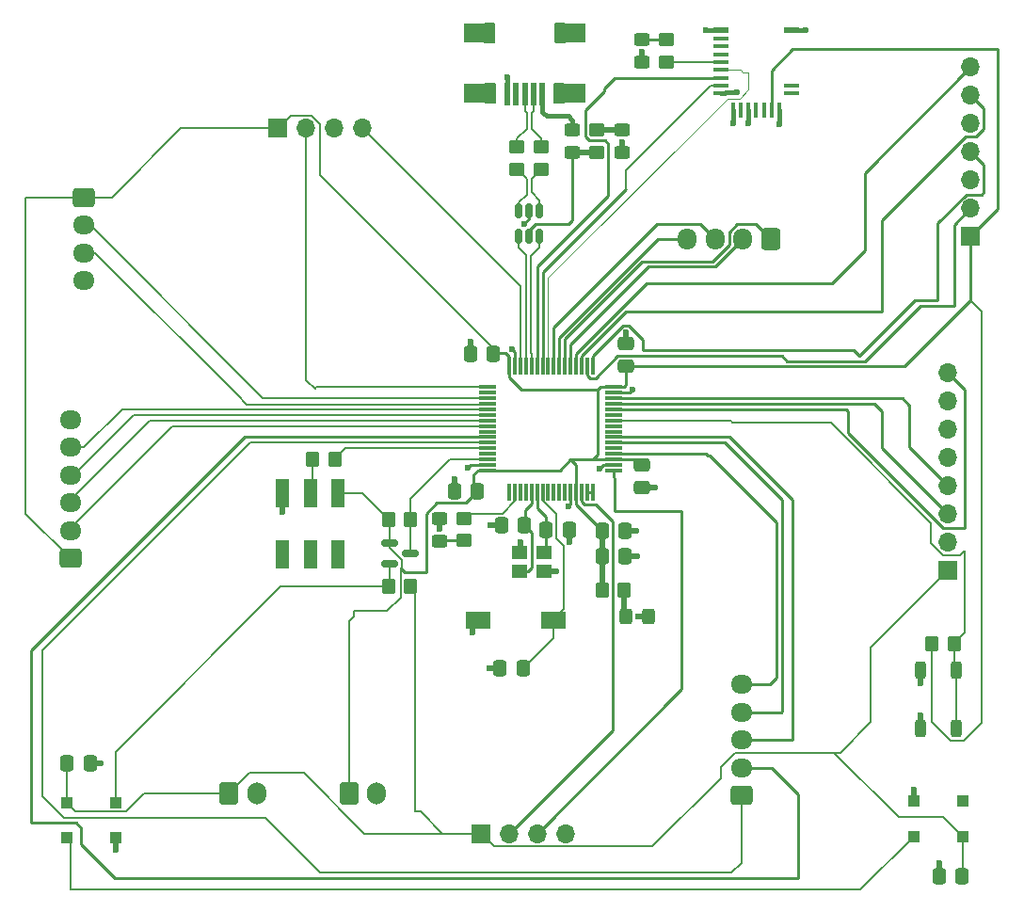
<source format=gbr>
%TF.GenerationSoftware,KiCad,Pcbnew,9.0.1*%
%TF.CreationDate,2025-05-06T13:18:11-06:00*%
%TF.ProjectId,2025_04_STM32F103_RobotBrain,32303235-5f30-4345-9f53-544d33324631,rev?*%
%TF.SameCoordinates,Original*%
%TF.FileFunction,Copper,L1,Top*%
%TF.FilePolarity,Positive*%
%FSLAX46Y46*%
G04 Gerber Fmt 4.6, Leading zero omitted, Abs format (unit mm)*
G04 Created by KiCad (PCBNEW 9.0.1) date 2025-05-06 13:18:11*
%MOMM*%
%LPD*%
G01*
G04 APERTURE LIST*
G04 Aperture macros list*
%AMRoundRect*
0 Rectangle with rounded corners*
0 $1 Rounding radius*
0 $2 $3 $4 $5 $6 $7 $8 $9 X,Y pos of 4 corners*
0 Add a 4 corners polygon primitive as box body*
4,1,4,$2,$3,$4,$5,$6,$7,$8,$9,$2,$3,0*
0 Add four circle primitives for the rounded corners*
1,1,$1+$1,$2,$3*
1,1,$1+$1,$4,$5*
1,1,$1+$1,$6,$7*
1,1,$1+$1,$8,$9*
0 Add four rect primitives between the rounded corners*
20,1,$1+$1,$2,$3,$4,$5,0*
20,1,$1+$1,$4,$5,$6,$7,0*
20,1,$1+$1,$6,$7,$8,$9,0*
20,1,$1+$1,$8,$9,$2,$3,0*%
G04 Aperture macros list end*
%TA.AperFunction,SMDPad,CuDef*%
%ADD10RoundRect,0.250000X-0.450000X0.350000X-0.450000X-0.350000X0.450000X-0.350000X0.450000X0.350000X0*%
%TD*%
%TA.AperFunction,SMDPad,CuDef*%
%ADD11RoundRect,0.075000X0.075000X-0.700000X0.075000X0.700000X-0.075000X0.700000X-0.075000X-0.700000X0*%
%TD*%
%TA.AperFunction,SMDPad,CuDef*%
%ADD12RoundRect,0.075000X0.700000X-0.075000X0.700000X0.075000X-0.700000X0.075000X-0.700000X-0.075000X0*%
%TD*%
%TA.AperFunction,SMDPad,CuDef*%
%ADD13RoundRect,0.250000X0.350000X0.450000X-0.350000X0.450000X-0.350000X-0.450000X0.350000X-0.450000X0*%
%TD*%
%TA.AperFunction,SMDPad,CuDef*%
%ADD14RoundRect,0.250000X0.450000X-0.350000X0.450000X0.350000X-0.450000X0.350000X-0.450000X-0.350000X0*%
%TD*%
%TA.AperFunction,SMDPad,CuDef*%
%ADD15RoundRect,0.250000X-0.337500X-0.475000X0.337500X-0.475000X0.337500X0.475000X-0.337500X0.475000X0*%
%TD*%
%TA.AperFunction,ComponentPad*%
%ADD16RoundRect,0.250000X-0.600000X-0.750000X0.600000X-0.750000X0.600000X0.750000X-0.600000X0.750000X0*%
%TD*%
%TA.AperFunction,ComponentPad*%
%ADD17O,1.700000X2.000000*%
%TD*%
%TA.AperFunction,ComponentPad*%
%ADD18R,1.700000X1.700000*%
%TD*%
%TA.AperFunction,ComponentPad*%
%ADD19O,1.700000X1.700000*%
%TD*%
%TA.AperFunction,ComponentPad*%
%ADD20RoundRect,0.250000X0.725000X-0.600000X0.725000X0.600000X-0.725000X0.600000X-0.725000X-0.600000X0*%
%TD*%
%TA.AperFunction,ComponentPad*%
%ADD21O,1.950000X1.700000*%
%TD*%
%TA.AperFunction,SMDPad,CuDef*%
%ADD22RoundRect,0.250000X0.450000X-0.325000X0.450000X0.325000X-0.450000X0.325000X-0.450000X-0.325000X0*%
%TD*%
%TA.AperFunction,SMDPad,CuDef*%
%ADD23RoundRect,0.150000X-0.587500X-0.150000X0.587500X-0.150000X0.587500X0.150000X-0.587500X0.150000X0*%
%TD*%
%TA.AperFunction,SMDPad,CuDef*%
%ADD24RoundRect,0.250000X-0.450000X0.325000X-0.450000X-0.325000X0.450000X-0.325000X0.450000X0.325000X0*%
%TD*%
%TA.AperFunction,SMDPad,CuDef*%
%ADD25RoundRect,0.250000X-0.350000X-0.450000X0.350000X-0.450000X0.350000X0.450000X-0.350000X0.450000X0*%
%TD*%
%TA.AperFunction,SMDPad,CuDef*%
%ADD26R,1.000000X1.000000*%
%TD*%
%TA.AperFunction,SMDPad,CuDef*%
%ADD27RoundRect,0.250000X0.337500X0.475000X-0.337500X0.475000X-0.337500X-0.475000X0.337500X-0.475000X0*%
%TD*%
%TA.AperFunction,ComponentPad*%
%ADD28RoundRect,0.250000X-0.725000X0.600000X-0.725000X-0.600000X0.725000X-0.600000X0.725000X0.600000X0*%
%TD*%
%TA.AperFunction,SMDPad,CuDef*%
%ADD29R,1.400000X0.600000*%
%TD*%
%TA.AperFunction,SMDPad,CuDef*%
%ADD30R,1.400000X0.400000*%
%TD*%
%TA.AperFunction,SMDPad,CuDef*%
%ADD31R,0.400000X1.400000*%
%TD*%
%TA.AperFunction,SMDPad,CuDef*%
%ADD32RoundRect,0.250000X-0.475000X0.337500X-0.475000X-0.337500X0.475000X-0.337500X0.475000X0.337500X0*%
%TD*%
%TA.AperFunction,SMDPad,CuDef*%
%ADD33RoundRect,0.150000X-0.150000X0.512500X-0.150000X-0.512500X0.150000X-0.512500X0.150000X0.512500X0*%
%TD*%
%TA.AperFunction,ComponentPad*%
%ADD34RoundRect,0.250000X0.600000X0.725000X-0.600000X0.725000X-0.600000X-0.725000X0.600000X-0.725000X0*%
%TD*%
%TA.AperFunction,ComponentPad*%
%ADD35O,1.700000X1.950000*%
%TD*%
%TA.AperFunction,SMDPad,CuDef*%
%ADD36R,1.400000X1.200000*%
%TD*%
%TA.AperFunction,SMDPad,CuDef*%
%ADD37R,2.300000X1.500000*%
%TD*%
%TA.AperFunction,SMDPad,CuDef*%
%ADD38RoundRect,0.250000X0.325000X0.450000X-0.325000X0.450000X-0.325000X-0.450000X0.325000X-0.450000X0*%
%TD*%
%TA.AperFunction,SMDPad,CuDef*%
%ADD39RoundRect,0.250000X0.475000X-0.337500X0.475000X0.337500X-0.475000X0.337500X-0.475000X-0.337500X0*%
%TD*%
%TA.AperFunction,SMDPad,CuDef*%
%ADD40RoundRect,0.250000X-0.250000X0.525000X-0.250000X-0.525000X0.250000X-0.525000X0.250000X0.525000X0*%
%TD*%
%TA.AperFunction,SMDPad,CuDef*%
%ADD41R,1.200000X2.500000*%
%TD*%
%TA.AperFunction,SMDPad,CuDef*%
%ADD42R,0.500000X2.000000*%
%TD*%
%TA.AperFunction,SMDPad,CuDef*%
%ADD43R,2.000000X1.700000*%
%TD*%
%TA.AperFunction,ViaPad*%
%ADD44C,0.600000*%
%TD*%
%TA.AperFunction,Conductor*%
%ADD45C,0.200000*%
%TD*%
%TA.AperFunction,Conductor*%
%ADD46C,0.254000*%
%TD*%
%TA.AperFunction,Conductor*%
%ADD47C,0.508000*%
%TD*%
%TA.AperFunction,Conductor*%
%ADD48C,0.381000*%
%TD*%
%TA.AperFunction,Conductor*%
%ADD49C,0.125000*%
%TD*%
G04 APERTURE END LIST*
D10*
%TO.P,R2,1*%
%TO.N,/D+*%
X137680000Y-41715000D03*
%TO.P,R2,2*%
%TO.N,/USB_CONN_D+*%
X137680000Y-43715000D03*
%TD*%
D11*
%TO.P,U1,1,VBAT*%
%TO.N,unconnected-(U1-VBAT-Pad1)*%
X136990000Y-72760000D03*
%TO.P,U1,2,PC13*%
%TO.N,/USER_LED*%
X137490000Y-72760000D03*
%TO.P,U1,3,PC14*%
%TO.N,unconnected-(U1-PC14-Pad3)*%
X137990000Y-72760000D03*
%TO.P,U1,4,PC15*%
%TO.N,unconnected-(U1-PC15-Pad4)*%
X138490000Y-72760000D03*
%TO.P,U1,5,RCC_OSC_IN*%
%TO.N,/OSC_IN*%
X138990000Y-72760000D03*
%TO.P,U1,6,RCC_OSC_OUT*%
%TO.N,/OSC_OUT*%
X139490000Y-72760000D03*
%TO.P,U1,7,NRST*%
%TO.N,/RESET*%
X139990000Y-72760000D03*
%TO.P,U1,8,PC0*%
%TO.N,unconnected-(U1-PC0-Pad8)*%
X140490000Y-72760000D03*
%TO.P,U1,9,PC1*%
%TO.N,unconnected-(U1-PC1-Pad9)*%
X140990000Y-72760000D03*
%TO.P,U1,10,PC2*%
%TO.N,unconnected-(U1-PC2-Pad10)*%
X141490000Y-72760000D03*
%TO.P,U1,11,PC3*%
%TO.N,unconnected-(U1-PC3-Pad11)*%
X141990000Y-72760000D03*
%TO.P,U1,12,VSSA*%
%TO.N,GND*%
X142490000Y-72760000D03*
%TO.P,U1,13,VDDA*%
%TO.N,+3V3*%
X142990000Y-72760000D03*
%TO.P,U1,14,PA0*%
%TO.N,/ULTRA_TRIG*%
X143490000Y-72760000D03*
%TO.P,U1,15,PA1*%
%TO.N,Net-(U1-PA1)*%
X143990000Y-72760000D03*
%TO.P,U1,16,PA2*%
X144490000Y-72760000D03*
D12*
%TO.P,U1,17,PA3*%
%TO.N,/ULTRA_ECHO*%
X146415000Y-70835000D03*
%TO.P,U1,18,VSS*%
%TO.N,GND*%
X146415000Y-70335000D03*
%TO.P,U1,19,VDD*%
%TO.N,+3V3*%
X146415000Y-69835000D03*
%TO.P,U1,20,PA4*%
%TO.N,/PWR_ADC*%
X146415000Y-69335000D03*
%TO.P,U1,21,PA5*%
%TO.N,unconnected-(U1-PA5-Pad21)*%
X146415000Y-68835000D03*
%TO.P,U1,22,PA6*%
%TO.N,/E1B*%
X146415000Y-68335000D03*
%TO.P,U1,23,PA7*%
%TO.N,/E1A*%
X146415000Y-67835000D03*
%TO.P,U1,24,PC4*%
%TO.N,unconnected-(U1-PC4-Pad24)*%
X146415000Y-67335000D03*
%TO.P,U1,25,PC5*%
%TO.N,unconnected-(U1-PC5-Pad25)*%
X146415000Y-66835000D03*
%TO.P,U1,26,PB0*%
%TO.N,/uBUTTON*%
X146415000Y-66335000D03*
%TO.P,U1,27,PB1*%
%TO.N,unconnected-(U1-PB1-Pad27)*%
X146415000Y-65835000D03*
%TO.P,U1,28,PB2*%
%TO.N,/IMU_INT*%
X146415000Y-65335000D03*
%TO.P,U1,29,PB10*%
%TO.N,/IMU_I2C_SCL*%
X146415000Y-64835000D03*
%TO.P,U1,30,PB11*%
%TO.N,/IMU_I2C_SDA*%
X146415000Y-64335000D03*
%TO.P,U1,31,VSS*%
%TO.N,GND*%
X146415000Y-63835000D03*
%TO.P,U1,32,VDD*%
%TO.N,+3V3*%
X146415000Y-63335000D03*
D11*
%TO.P,U1,33,PB12*%
%TO.N,/PS2_CS*%
X144490000Y-61410000D03*
%TO.P,U1,34,PB13*%
%TO.N,/PS2_SCK*%
X143990000Y-61410000D03*
%TO.P,U1,35,PB14*%
%TO.N,/PS2_MISO*%
X143490000Y-61410000D03*
%TO.P,U1,36,PB15*%
%TO.N,/PS2_MOSI*%
X142990000Y-61410000D03*
%TO.P,U1,37,PC6*%
%TO.N,/AN1*%
X142490000Y-61410000D03*
%TO.P,U1,38,PC7*%
%TO.N,/AN2*%
X141990000Y-61410000D03*
%TO.P,U1,39,PC8*%
%TO.N,/BN1*%
X141490000Y-61410000D03*
%TO.P,U1,40,PC9*%
%TO.N,/BN2*%
X140990000Y-61410000D03*
%TO.P,U1,41,PA8*%
%TO.N,/BL_WAKEUP*%
X140490000Y-61410000D03*
%TO.P,U1,42,PA9*%
%TO.N,/BL_RX*%
X139990000Y-61410000D03*
%TO.P,U1,43,PA10*%
%TO.N,/BL_TX*%
X139490000Y-61410000D03*
%TO.P,U1,44,USB_DM*%
%TO.N,/USB_D-*%
X138990000Y-61410000D03*
%TO.P,U1,45,USB_DP*%
%TO.N,/USB_D+*%
X138490000Y-61410000D03*
%TO.P,U1,46,SYS_JTMS-SWDIO*%
%TO.N,/SWDIO*%
X137990000Y-61410000D03*
%TO.P,U1,47,VSS*%
%TO.N,GND*%
X137490000Y-61410000D03*
%TO.P,U1,48,VDD*%
%TO.N,+3V3*%
X136990000Y-61410000D03*
D12*
%TO.P,U1,49,SYS_JTCK-SWCLK*%
%TO.N,/SWCLK*%
X135065000Y-63335000D03*
%TO.P,U1,50,PA15*%
%TO.N,unconnected-(U1-PA15-Pad50)*%
X135065000Y-63835000D03*
%TO.P,U1,51,PC10*%
%TO.N,/USER_TX*%
X135065000Y-64335000D03*
%TO.P,U1,52,PC11*%
%TO.N,/USER_RX*%
X135065000Y-64835000D03*
%TO.P,U1,53,PC12*%
%TO.N,/X4*%
X135065000Y-65335000D03*
%TO.P,U1,54,PD2*%
%TO.N,/X3*%
X135065000Y-65835000D03*
%TO.P,U1,55,PB3*%
%TO.N,/X2*%
X135065000Y-66335000D03*
%TO.P,U1,56,PB4*%
%TO.N,/X1*%
X135065000Y-66835000D03*
%TO.P,U1,57,PB5*%
%TO.N,unconnected-(U1-PB5-Pad57)*%
X135065000Y-67335000D03*
%TO.P,U1,58,PB6*%
%TO.N,/E2B*%
X135065000Y-67835000D03*
%TO.P,U1,59,PB7*%
%TO.N,/E2A*%
X135065000Y-68335000D03*
%TO.P,U1,60,BOOT0*%
%TO.N,/BOOT*%
X135065000Y-68835000D03*
%TO.P,U1,61,PB8*%
%TO.N,unconnected-(U1-PB8-Pad61)*%
X135065000Y-69335000D03*
%TO.P,U1,62,PB9*%
%TO.N,/RGB_DIN*%
X135065000Y-69835000D03*
%TO.P,U1,63,VSS*%
%TO.N,GND*%
X135065000Y-70335000D03*
%TO.P,U1,64,VDD*%
%TO.N,+3V3*%
X135065000Y-70835000D03*
%TD*%
D13*
%TO.P,R9,1*%
%TO.N,+5V*%
X128117500Y-81300000D03*
%TO.P,R9,2*%
%TO.N,Net-(LED1-DIN)*%
X126117500Y-81300000D03*
%TD*%
D14*
%TO.P,R3,1*%
%TO.N,/USB_CONN_D-*%
X139860000Y-43735000D03*
%TO.P,R3,2*%
%TO.N,/D-*%
X139860000Y-41735000D03*
%TD*%
D15*
%TO.P,C12,1*%
%TO.N,+5V*%
X97200000Y-97150000D03*
%TO.P,C12,2*%
%TO.N,GND*%
X99275000Y-97150000D03*
%TD*%
D16*
%TO.P,J6,1,Pin_1*%
%TO.N,+3V3*%
X122580000Y-99900000D03*
D17*
%TO.P,J6,2,Pin_2*%
%TO.N,GND*%
X125080000Y-99900000D03*
%TD*%
D18*
%TO.P,J9,1,Pin_1*%
%TO.N,+3V3*%
X178500000Y-49800000D03*
D19*
%TO.P,J9,2,Pin_2*%
%TO.N,/PS2_SCK*%
X178500000Y-47260000D03*
%TO.P,J9,3,Pin_3*%
%TO.N,unconnected-(J9-Pin_3-Pad3)*%
X178500000Y-44720000D03*
%TO.P,J9,4,Pin_4*%
%TO.N,/PS2_CS*%
X178500000Y-42180000D03*
%TO.P,J9,5,Pin_5*%
%TO.N,GND*%
X178500000Y-39640000D03*
%TO.P,J9,6,Pin_6*%
%TO.N,/PS2_MISO*%
X178500000Y-37100000D03*
%TO.P,J9,7,Pin_7*%
%TO.N,/PS2_MOSI*%
X178500000Y-34560000D03*
%TD*%
D20*
%TO.P,J8,1,Pin_1*%
%TO.N,/E2A*%
X157890000Y-100070000D03*
D21*
%TO.P,J8,2,Pin_2*%
%TO.N,/E2B*%
X157890000Y-97570000D03*
%TO.P,J8,3,Pin_3*%
%TO.N,/E1A*%
X157890000Y-95070000D03*
%TO.P,J8,4,Pin_4*%
%TO.N,/E1B*%
X157890000Y-92570000D03*
%TO.P,J8,5,Pin_5*%
%TO.N,/PWR_ADC*%
X157890000Y-90070000D03*
%TD*%
D18*
%TO.P,J2,1,Pin_1*%
%TO.N,+5V*%
X176465000Y-79835000D03*
D19*
%TO.P,J2,2,Pin_2*%
%TO.N,GND*%
X176465000Y-77295000D03*
%TO.P,J2,3,Pin_3*%
%TO.N,/IMU_I2C_SCL*%
X176465000Y-74755000D03*
%TO.P,J2,4,Pin_4*%
%TO.N,/IMU_I2C_SDA*%
X176465000Y-72215000D03*
%TO.P,J2,5,Pin_5*%
%TO.N,unconnected-(J2-Pin_5-Pad5)*%
X176465000Y-69675000D03*
%TO.P,J2,6,Pin_6*%
%TO.N,unconnected-(J2-Pin_6-Pad6)*%
X176465000Y-67135000D03*
%TO.P,J2,7,Pin_7*%
%TO.N,unconnected-(J2-Pin_7-Pad7)*%
X176465000Y-64595000D03*
%TO.P,J2,8,Pin_8*%
%TO.N,/IMU_INT*%
X176465000Y-62055000D03*
%TD*%
D22*
%TO.P,D4,1,K*%
%TO.N,GND*%
X148920000Y-34110000D03*
%TO.P,D4,2,A*%
%TO.N,Net-(D4-A)*%
X148920000Y-32060000D03*
%TD*%
D23*
%TO.P,Q1,1,G*%
%TO.N,+3V3*%
X126210000Y-77360000D03*
%TO.P,Q1,2,S*%
%TO.N,Net-(LED1-DIN)*%
X126210000Y-79260000D03*
%TO.P,Q1,3,D*%
%TO.N,/RGB_DIN*%
X128085000Y-78310000D03*
%TD*%
D24*
%TO.P,D3,1,K*%
%TO.N,GND*%
X130690000Y-75155000D03*
%TO.P,D3,2,A*%
%TO.N,Net-(D3-A)*%
X130690000Y-77205000D03*
%TD*%
D25*
%TO.P,R5,1*%
%TO.N,+3V3*%
X145347500Y-81570000D03*
%TO.P,R5,2*%
%TO.N,Net-(D2-A)*%
X147347500Y-81570000D03*
%TD*%
D26*
%TO.P,LED1,1,VDD*%
%TO.N,+5V*%
X97150000Y-100700000D03*
%TO.P,LED1,2,DOUT*%
%TO.N,Net-(LED1-DOUT)*%
X97150000Y-103900000D03*
%TO.P,LED1,3,VSS*%
%TO.N,GND*%
X101550000Y-103900000D03*
%TO.P,LED1,4,DIN*%
%TO.N,Net-(LED1-DIN)*%
X101550000Y-100700000D03*
%TD*%
D24*
%TO.P,F1,1*%
%TO.N,Net-(J1-VBUS)*%
X142670000Y-40210000D03*
%TO.P,F1,2*%
%TO.N,Vusb*%
X142670000Y-42260000D03*
%TD*%
D27*
%TO.P,C9,1*%
%TO.N,/OSC_IN*%
X138337500Y-75730000D03*
%TO.P,C9,2*%
%TO.N,GND*%
X136262500Y-75730000D03*
%TD*%
D13*
%TO.P,R10,1*%
%TO.N,/RGB_DIN*%
X128117500Y-75210000D03*
%TO.P,R10,2*%
%TO.N,+3V3*%
X126117500Y-75210000D03*
%TD*%
D18*
%TO.P,J4,1,Pin_1*%
%TO.N,+3V3*%
X116160000Y-40040000D03*
D19*
%TO.P,J4,2,Pin_2*%
%TO.N,/SWCLK*%
X118700000Y-40040000D03*
%TO.P,J4,3,Pin_3*%
%TO.N,GND*%
X121240000Y-40040000D03*
%TO.P,J4,4,Pin_4*%
%TO.N,/SWDIO*%
X123780000Y-40040000D03*
%TD*%
D25*
%TO.P,R8,1*%
%TO.N,+3V3*%
X175000000Y-86410000D03*
%TO.P,R8,2*%
%TO.N,/uBUTTON*%
X177000000Y-86410000D03*
%TD*%
D28*
%TO.P,J11,1,Pin_1*%
%TO.N,+3V3*%
X98720000Y-46270000D03*
D21*
%TO.P,J11,2,Pin_2*%
%TO.N,/USER_TX*%
X98720000Y-48770000D03*
%TO.P,J11,3,Pin_3*%
%TO.N,/USER_RX*%
X98720000Y-51270000D03*
%TO.P,J11,4,Pin_4*%
%TO.N,GND*%
X98720000Y-53770000D03*
%TD*%
D29*
%TO.P,MDBT42T-AT1,1,GND@1*%
%TO.N,GND*%
X156000000Y-31200000D03*
D30*
%TO.P,MDBT42T-AT1,2,NC@2*%
%TO.N,unconnected-(MDBT42T-AT1-NC@2-Pad2)*%
X156000000Y-32000000D03*
%TO.P,MDBT42T-AT1,3,NC@3*%
%TO.N,unconnected-(MDBT42T-AT1-NC@3-Pad3)*%
X156000000Y-32700000D03*
%TO.P,MDBT42T-AT1,4,RESET*%
%TO.N,unconnected-(MDBT42T-AT1-RESET-Pad4)*%
X156000000Y-33400000D03*
%TO.P,MDBT42T-AT1,5,INDICATOR*%
%TO.N,Net-(MDBT42T-AT1-INDICATOR)*%
X156000000Y-34100000D03*
%TO.P,MDBT42T-AT1,6,WAKEUP*%
%TO.N,/BL_WAKEUP*%
X156000000Y-34800000D03*
%TO.P,MDBT42T-AT1,7,TX*%
%TO.N,/BL_TX*%
X156000000Y-35500000D03*
%TO.P,MDBT42T-AT1,8,RX*%
%TO.N,/BL_RX*%
X156000000Y-36200000D03*
%TO.P,MDBT42T-AT1,9,UART_PD*%
%TO.N,GND*%
X156000000Y-36900000D03*
D31*
%TO.P,MDBT42T-AT1,10,GND@10*%
X157100000Y-38400000D03*
%TO.P,MDBT42T-AT1,11,ADC*%
%TO.N,unconnected-(MDBT42T-AT1-ADC-Pad11)*%
X157800000Y-38400000D03*
%TO.P,MDBT42T-AT1,12,FLASH_DEFAULT*%
%TO.N,GND*%
X158500000Y-38400000D03*
%TO.P,MDBT42T-AT1,13,RTS/XL2*%
%TO.N,unconnected-(MDBT42T-AT1-RTS{slash}XL2-Pad13)*%
X159200000Y-38400000D03*
%TO.P,MDBT42T-AT1,14,CTS/XL1*%
%TO.N,unconnected-(MDBT42T-AT1-CTS{slash}XL1-Pad14)*%
X159900000Y-38400000D03*
%TO.P,MDBT42T-AT1,15,VDD*%
%TO.N,+3V3*%
X160600000Y-38400000D03*
%TO.P,MDBT42T-AT1,16,GND@16*%
%TO.N,GND*%
X161300000Y-38400000D03*
D30*
%TO.P,MDBT42T-AT1,17,DCC*%
%TO.N,unconnected-(MDBT42T-AT1-DCC-Pad17)*%
X162400000Y-36900000D03*
%TO.P,MDBT42T-AT1,18,DEC4*%
%TO.N,unconnected-(MDBT42T-AT1-DEC4-Pad18)*%
X162400000Y-36200000D03*
D29*
%TO.P,MDBT42T-AT1,19,GND@19*%
%TO.N,GND*%
X162400000Y-31200000D03*
%TD*%
D27*
%TO.P,C2,1*%
%TO.N,+3V3*%
X135577500Y-60340000D03*
%TO.P,C2,2*%
%TO.N,GND*%
X133502500Y-60340000D03*
%TD*%
D10*
%TO.P,R6,1*%
%TO.N,/USER_LED*%
X132960000Y-75150000D03*
%TO.P,R6,2*%
%TO.N,Net-(D3-A)*%
X132960000Y-77150000D03*
%TD*%
D14*
%TO.P,R7,1*%
%TO.N,Net-(MDBT42T-AT1-INDICATOR)*%
X151150000Y-34085000D03*
%TO.P,R7,2*%
%TO.N,Net-(D4-A)*%
X151150000Y-32085000D03*
%TD*%
D32*
%TO.P,C4,1*%
%TO.N,+3V3*%
X148960000Y-70302500D03*
%TO.P,C4,2*%
%TO.N,GND*%
X148960000Y-72377500D03*
%TD*%
D33*
%TO.P,U2,1,I/O1*%
%TO.N,/USB_CONN_D-*%
X139730000Y-47510000D03*
%TO.P,U2,2,GND*%
%TO.N,GND*%
X138780000Y-47510000D03*
%TO.P,U2,3,I/O2*%
%TO.N,/USB_CONN_D+*%
X137830000Y-47510000D03*
%TO.P,U2,4,I/O2*%
%TO.N,/USB_D+*%
X137830000Y-49785000D03*
%TO.P,U2,5,VBUS*%
%TO.N,Vusb*%
X138780000Y-49785000D03*
%TO.P,U2,6,I/O1*%
%TO.N,/USB_D-*%
X139730000Y-49785000D03*
%TD*%
D15*
%TO.P,C5,1*%
%TO.N,+3V3*%
X145352500Y-76290000D03*
%TO.P,C5,2*%
%TO.N,GND*%
X147427500Y-76290000D03*
%TD*%
D18*
%TO.P,J3,1,Pin_1*%
%TO.N,+5V*%
X134460000Y-103485000D03*
D19*
%TO.P,J3,2,Pin_2*%
%TO.N,/ULTRA_TRIG*%
X137000000Y-103485000D03*
%TO.P,J3,3,Pin_3*%
%TO.N,/ULTRA_ECHO*%
X139540000Y-103485000D03*
%TO.P,J3,4,Pin_4*%
%TO.N,GND*%
X142080000Y-103485000D03*
%TD*%
D34*
%TO.P,J7,1,Pin_1*%
%TO.N,/AN2*%
X160500000Y-50000000D03*
D35*
%TO.P,J7,2,Pin_2*%
%TO.N,/AN1*%
X158000000Y-50000000D03*
%TO.P,J7,3,Pin_3*%
%TO.N,/BN2*%
X155500000Y-50000000D03*
%TO.P,J7,4,Pin_4*%
%TO.N,/BN1*%
X153000000Y-50000000D03*
%TD*%
D36*
%TO.P,Y2,1,1*%
%TO.N,/OSC_IN*%
X137952500Y-79920000D03*
%TO.P,Y2,2,2*%
%TO.N,GND*%
X140152500Y-79920000D03*
%TO.P,Y2,3,3*%
%TO.N,/OSC_OUT*%
X140152500Y-78220000D03*
%TO.P,Y2,4,4*%
%TO.N,GND*%
X137952500Y-78220000D03*
%TD*%
D37*
%TO.P,SW1,1,A*%
%TO.N,GND*%
X134220000Y-84280000D03*
%TO.P,SW1,2,B*%
%TO.N,/RESET*%
X140920000Y-84280000D03*
%TD*%
D15*
%TO.P,C6,1*%
%TO.N,+3V3*%
X145352500Y-78580000D03*
%TO.P,C6,2*%
%TO.N,GND*%
X147427500Y-78580000D03*
%TD*%
D17*
%TO.P,J5,2,Pin_2*%
%TO.N,GND*%
X114250000Y-99875000D03*
D16*
%TO.P,J5,1,Pin_1*%
%TO.N,+5V*%
X111750000Y-99875000D03*
%TD*%
D38*
%TO.P,D2,1,K*%
%TO.N,GND*%
X149492500Y-83950000D03*
%TO.P,D2,2,A*%
%TO.N,Net-(D2-A)*%
X147442500Y-83950000D03*
%TD*%
D27*
%TO.P,C1,1*%
%TO.N,+3V3*%
X134137500Y-72690000D03*
%TO.P,C1,2*%
%TO.N,GND*%
X132062500Y-72690000D03*
%TD*%
D26*
%TO.P,LED2,1,VDD*%
%TO.N,+5V*%
X177760000Y-103740000D03*
%TO.P,LED2,2,DOUT*%
%TO.N,unconnected-(LED2-DOUT-Pad2)*%
X177760000Y-100540000D03*
%TO.P,LED2,3,VSS*%
%TO.N,GND*%
X173360000Y-100540000D03*
%TO.P,LED2,4,DIN*%
%TO.N,Net-(LED1-DOUT)*%
X173360000Y-103740000D03*
%TD*%
D15*
%TO.P,C8,1*%
%TO.N,/OSC_OUT*%
X140312500Y-76140000D03*
%TO.P,C8,2*%
%TO.N,GND*%
X142387500Y-76140000D03*
%TD*%
D13*
%TO.P,R1,1*%
%TO.N,/BOOT*%
X121300000Y-69810000D03*
%TO.P,R1,2*%
%TO.N,Net-(R1-Pad2)*%
X119300000Y-69810000D03*
%TD*%
D20*
%TO.P,J10,1,Pin_1*%
%TO.N,+3V3*%
X97510000Y-78760000D03*
D21*
%TO.P,J10,2,Pin_2*%
%TO.N,/X1*%
X97510000Y-76260000D03*
%TO.P,J10,3,Pin_3*%
%TO.N,/X2*%
X97510000Y-73760000D03*
%TO.P,J10,4,Pin_4*%
%TO.N,/X3*%
X97510000Y-71260000D03*
%TO.P,J10,5,Pin_5*%
%TO.N,/X4*%
X97510000Y-68760000D03*
%TO.P,J10,6,Pin_6*%
%TO.N,GND*%
X97510000Y-66260000D03*
%TD*%
D39*
%TO.P,C3,1*%
%TO.N,+3V3*%
X147470000Y-61457500D03*
%TO.P,C3,2*%
%TO.N,GND*%
X147470000Y-59382500D03*
%TD*%
D40*
%TO.P,SW2,1,A*%
%TO.N,/uBUTTON*%
X177200000Y-88835000D03*
X177200000Y-94085000D03*
%TO.P,SW2,2,B*%
%TO.N,GND*%
X174000000Y-88835000D03*
X174000000Y-94085000D03*
%TD*%
D22*
%TO.P,D1,1,K*%
%TO.N,GND*%
X147160000Y-42210000D03*
%TO.P,D1,2,A*%
%TO.N,Net-(D1-A)*%
X147160000Y-40160000D03*
%TD*%
D41*
%TO.P,S1,1*%
%TO.N,+3V3*%
X121610000Y-72880000D03*
%TO.P,S1,2*%
%TO.N,Net-(R1-Pad2)*%
X119110000Y-72880000D03*
%TO.P,S1,3*%
%TO.N,GND*%
X116610000Y-72880000D03*
%TO.P,S1,4*%
%TO.N,unconnected-(S1-Pad4)*%
X121610000Y-78380000D03*
%TO.P,S1,5*%
%TO.N,unconnected-(S1-Pad5)*%
X119110000Y-78380000D03*
%TO.P,S1,6*%
%TO.N,unconnected-(S1-Pad6)*%
X116610000Y-78380000D03*
%TD*%
D27*
%TO.P,C11,1*%
%TO.N,+5V*%
X177747500Y-107320000D03*
%TO.P,C11,2*%
%TO.N,GND*%
X175672500Y-107320000D03*
%TD*%
D42*
%TO.P,J1,1,VBUS*%
%TO.N,Net-(J1-VBUS)*%
X139980000Y-37000000D03*
%TO.P,J1,2,D-*%
%TO.N,/D-*%
X139180000Y-37000000D03*
%TO.P,J1,3,D+*%
%TO.N,/D+*%
X138380000Y-37000000D03*
%TO.P,J1,4,ID*%
%TO.N,unconnected-(J1-ID-Pad4)*%
X137580000Y-37000000D03*
%TO.P,J1,5,GND*%
%TO.N,GND*%
X136780000Y-37000000D03*
D43*
%TO.P,J1,6,Shield*%
X142830000Y-36900000D03*
X142830000Y-31450000D03*
X133930000Y-36900000D03*
X133930000Y-31450000D03*
%TD*%
D27*
%TO.P,C7,1*%
%TO.N,/RESET*%
X138247500Y-88630000D03*
%TO.P,C7,2*%
%TO.N,GND*%
X136172500Y-88630000D03*
%TD*%
D14*
%TO.P,R4,1*%
%TO.N,Vusb*%
X144880000Y-42215000D03*
%TO.P,R4,2*%
%TO.N,Net-(D1-A)*%
X144880000Y-40215000D03*
%TD*%
D44*
%TO.N,GND*%
X135300000Y-31060000D03*
X135310000Y-31970000D03*
X138320000Y-48630000D03*
X101550000Y-104940000D03*
X136780000Y-35480000D03*
X137200000Y-59890000D03*
X135310000Y-36460000D03*
X100250000Y-97140000D03*
X148430000Y-76280000D03*
X133260000Y-70570000D03*
X161290000Y-39650000D03*
X157100000Y-39630000D03*
X135310000Y-75730000D03*
X141240000Y-79920000D03*
X116610000Y-74610000D03*
X163620000Y-31210000D03*
X150070000Y-72380000D03*
X174000000Y-92900000D03*
X132070000Y-71580000D03*
X133640000Y-85390000D03*
X141410000Y-36420000D03*
X145110000Y-70690000D03*
X173350000Y-99580000D03*
X154680000Y-31220000D03*
X148580000Y-83950000D03*
X135220000Y-88640000D03*
X141420000Y-37150000D03*
X141430000Y-31900000D03*
X141430000Y-31090000D03*
X158500000Y-39610000D03*
X175680000Y-106180000D03*
X148460000Y-78570000D03*
X137960000Y-77270000D03*
X148070000Y-63560000D03*
X148910000Y-33195000D03*
X157500000Y-36791500D03*
X130690000Y-76070000D03*
X133510000Y-59260000D03*
X142390000Y-77290000D03*
X173990000Y-90010000D03*
X142300000Y-74080000D03*
X147470000Y-58420000D03*
X135310000Y-37250000D03*
X147170000Y-41280000D03*
%TD*%
D45*
%TO.N,Net-(LED1-DIN)*%
X101550000Y-100700000D02*
X101550000Y-96184883D01*
X101550000Y-96184883D02*
X116434883Y-81300000D01*
X116434883Y-81300000D02*
X126117500Y-81300000D01*
D46*
%TO.N,/PWR_ADC*%
X160430000Y-90070000D02*
X161000000Y-89500000D01*
X161000000Y-75500000D02*
X155000000Y-69500000D01*
X155000000Y-69500000D02*
X154830000Y-69500000D01*
X161000000Y-89500000D02*
X161000000Y-75500000D01*
X157890000Y-90070000D02*
X160430000Y-90070000D01*
X154830000Y-69500000D02*
X154665000Y-69335000D01*
X154665000Y-69335000D02*
X146415000Y-69335000D01*
%TO.N,/E1A*%
X157890000Y-95070000D02*
X162430000Y-95070000D01*
X162430000Y-95070000D02*
X162500000Y-95000000D01*
X162500000Y-95000000D02*
X162500000Y-73500000D01*
X162500000Y-73500000D02*
X156835000Y-67835000D01*
X156835000Y-67835000D02*
X146415000Y-67835000D01*
D45*
%TO.N,+3V3*%
X176714840Y-95161000D02*
X177839000Y-95161000D01*
X179500000Y-93500000D02*
X179500000Y-56500000D01*
X175000000Y-93446160D02*
X176714840Y-95161000D01*
X175000000Y-86410000D02*
X175000000Y-93446160D01*
X177839000Y-95161000D02*
X179500000Y-93500000D01*
X179500000Y-56500000D02*
X178500000Y-55500000D01*
%TO.N,+5V*%
X134460000Y-103485000D02*
X123985000Y-103485000D01*
X123985000Y-103485000D02*
X118500000Y-98000000D01*
X118500000Y-98000000D02*
X113625000Y-98000000D01*
X113625000Y-98000000D02*
X111750000Y-99875000D01*
D46*
%TO.N,/PS2_MOSI*%
X142990000Y-61410000D02*
X142990000Y-60366533D01*
X149356533Y-54000000D02*
X166000000Y-54000000D01*
X169000000Y-44060000D02*
X178500000Y-34560000D01*
X169000000Y-51000000D02*
X169000000Y-44060000D01*
X142990000Y-60366533D02*
X149356533Y-54000000D01*
X166000000Y-54000000D02*
X169000000Y-51000000D01*
%TO.N,/E2B*%
X157890000Y-97570000D02*
X160570000Y-97570000D01*
X160570000Y-97570000D02*
X163000000Y-100000000D01*
X94000000Y-87000000D02*
X113165000Y-67835000D01*
X163000000Y-100000000D02*
X163000000Y-107500000D01*
X98000000Y-102500000D02*
X94000000Y-102500000D01*
X101500000Y-107500000D02*
X98500000Y-104500000D01*
X94000000Y-102500000D02*
X94000000Y-87000000D01*
X163000000Y-107500000D02*
X101500000Y-107500000D01*
X98500000Y-104500000D02*
X98500000Y-103000000D01*
X98500000Y-103000000D02*
X98000000Y-102500000D01*
X113165000Y-67835000D02*
X135065000Y-67835000D01*
D45*
%TO.N,Net-(LED1-DOUT)*%
X97150000Y-103900000D02*
X97500000Y-104250000D01*
X97500000Y-104250000D02*
X97500000Y-108500000D01*
X97500000Y-108500000D02*
X168600000Y-108500000D01*
X168600000Y-108500000D02*
X173360000Y-103740000D01*
%TO.N,+3V3*%
X97510000Y-78760000D02*
X93500000Y-74750000D01*
X93500000Y-74750000D02*
X93500000Y-46299000D01*
X93500000Y-46299000D02*
X93471000Y-46270000D01*
X93471000Y-46270000D02*
X98720000Y-46270000D01*
D46*
X178500000Y-49800000D02*
X180962648Y-47337352D01*
X180962648Y-32951559D02*
X162504441Y-32951559D01*
X160600000Y-34856000D02*
X160600000Y-38400000D01*
X180962648Y-47337352D02*
X180962648Y-32951559D01*
X162504441Y-32951559D02*
X160600000Y-34856000D01*
%TO.N,/PS2_SCK*%
X177000000Y-56000000D02*
X174000000Y-56000000D01*
X146737433Y-60542000D02*
X144766433Y-62513000D01*
X144245992Y-62513000D02*
X143990000Y-62257008D01*
X178500000Y-47260000D02*
X177000000Y-48760000D01*
X143990000Y-62257008D02*
X143990000Y-61410000D01*
X177000000Y-48760000D02*
X177000000Y-56000000D01*
X144766433Y-62513000D02*
X144245992Y-62513000D01*
X168997500Y-61002500D02*
X162000000Y-61002500D01*
X161539500Y-60542000D02*
X146737433Y-60542000D01*
X162000000Y-61002500D02*
X161539500Y-60542000D01*
X174000000Y-56000000D02*
X168997500Y-61002500D01*
%TO.N,/PS2_MISO*%
X179678000Y-40127944D02*
X179678000Y-38278000D01*
X178012056Y-40818000D02*
X178987944Y-40818000D01*
X179678000Y-38278000D02*
X178500000Y-37100000D01*
X170500000Y-56500000D02*
X170500000Y-48330056D01*
X178987944Y-40818000D02*
X179678000Y-40127944D01*
X147500000Y-56500000D02*
X170500000Y-56500000D01*
X170500000Y-48330056D02*
X178012056Y-40818000D01*
X143490000Y-61410000D02*
X143490000Y-60510000D01*
X143490000Y-60510000D02*
X147500000Y-56500000D01*
%TO.N,/PS2_CS*%
X173500000Y-55500000D02*
X168500000Y-60500000D01*
X168000000Y-60000000D02*
X149000000Y-60000000D01*
X168500000Y-60500000D02*
X168000000Y-60000000D01*
X179678000Y-45822000D02*
X179500000Y-46000000D01*
X149000000Y-59061873D02*
X147730127Y-57792000D01*
X178094056Y-46000000D02*
X175500000Y-48594056D01*
X147730127Y-57792000D02*
X147208000Y-57792000D01*
X149000000Y-60000000D02*
X149000000Y-59061873D01*
X178500000Y-42180000D02*
X179678000Y-43358000D01*
X147208000Y-57792000D02*
X144490000Y-60510000D01*
X144490000Y-60510000D02*
X144490000Y-61410000D01*
X175500000Y-55500000D02*
X173500000Y-55500000D01*
X179678000Y-43358000D02*
X179678000Y-45822000D01*
X179500000Y-46000000D02*
X178094056Y-46000000D01*
X175500000Y-48594056D02*
X175500000Y-55500000D01*
%TO.N,Net-(U1-PA1)*%
X143990000Y-72760000D02*
X144490000Y-72760000D01*
D45*
%TO.N,/X4*%
X98740000Y-68760000D02*
X102165000Y-65335000D01*
X97510000Y-68760000D02*
X98740000Y-68760000D01*
X102165000Y-65335000D02*
X135065000Y-65335000D01*
%TO.N,/X3*%
X103165000Y-65835000D02*
X135065000Y-65835000D01*
X97510000Y-71260000D02*
X97740000Y-71260000D01*
X97740000Y-71260000D02*
X103165000Y-65835000D01*
%TO.N,/X1*%
X106665000Y-66835000D02*
X135065000Y-66835000D01*
X97510000Y-76260000D02*
X97510000Y-75990000D01*
X97510000Y-75990000D02*
X106665000Y-66835000D01*
%TO.N,/X2*%
X104665000Y-66335000D02*
X135065000Y-66335000D01*
X97510000Y-73760000D02*
X97510000Y-73490000D01*
X97510000Y-73490000D02*
X104665000Y-66335000D01*
%TO.N,/USER_TX*%
X114835000Y-64335000D02*
X135065000Y-64335000D01*
X99270000Y-48770000D02*
X114835000Y-64335000D01*
X98720000Y-48770000D02*
X99270000Y-48770000D01*
%TO.N,/USER_RX*%
X99770000Y-51270000D02*
X112500000Y-64000000D01*
X112500000Y-64000000D02*
X113384000Y-64884000D01*
X113384000Y-64884000D02*
X134500000Y-64884000D01*
X98720000Y-51270000D02*
X99770000Y-51270000D01*
%TO.N,/RESET*%
X140920000Y-84280000D02*
X141875028Y-83324972D01*
X141875028Y-83324972D02*
X141875028Y-77624971D01*
X140920000Y-85957500D02*
X138247500Y-88630000D01*
X141875028Y-77624971D02*
X141201000Y-76950943D01*
X139990000Y-73568824D02*
X139990000Y-72760000D01*
X140920000Y-84280000D02*
X140920000Y-85957500D01*
X141201000Y-76950943D02*
X141201000Y-74779824D01*
X141201000Y-74779824D02*
X139990000Y-73568824D01*
D46*
%TO.N,+3V3*%
X129500000Y-80000000D02*
X127583532Y-80000000D01*
X129500000Y-74745658D02*
X129500000Y-80000000D01*
X147295000Y-63335000D02*
X147470000Y-63160000D01*
D45*
X127306532Y-78911000D02*
X126210000Y-77814468D01*
D46*
X134137500Y-72690000D02*
X133084500Y-73743000D01*
X133780000Y-71210000D02*
X133780000Y-72332500D01*
X146415000Y-69835000D02*
X148492500Y-69835000D01*
D45*
X117311000Y-38889000D02*
X119176760Y-38889000D01*
X121610000Y-73890000D02*
X121610000Y-72880000D01*
X107460000Y-40040000D02*
X116160000Y-40040000D01*
D47*
X145352500Y-78580000D02*
X145352500Y-76290000D01*
D46*
X147470000Y-61457500D02*
X172542500Y-61457500D01*
X135647500Y-60270000D02*
X135577500Y-60340000D01*
X147470000Y-63160000D02*
X147470000Y-61457500D01*
X133084500Y-73743000D02*
X130502658Y-73743000D01*
D45*
X127216500Y-82283500D02*
X126000000Y-83500000D01*
X98720000Y-46270000D02*
X101230000Y-46270000D01*
D46*
X142990000Y-71500000D02*
X142990000Y-70305000D01*
D45*
X126210000Y-77814468D02*
X126210000Y-77360000D01*
D46*
X127583532Y-80000000D02*
X127235591Y-79652059D01*
D45*
X127306532Y-79542936D02*
X127306532Y-78911000D01*
X126210000Y-75975000D02*
X126210000Y-77360000D01*
D46*
X142990000Y-70305000D02*
X142520000Y-69835000D01*
D45*
X120000000Y-44270000D02*
X136000000Y-60270000D01*
D46*
X142990000Y-72760000D02*
X142990000Y-71500000D01*
D45*
X119176760Y-38889000D02*
X120000000Y-39712240D01*
D46*
X136000000Y-60270000D02*
X135647500Y-60270000D01*
D45*
X122580000Y-84420000D02*
X122580000Y-99900000D01*
D46*
X136990000Y-61410000D02*
X136990000Y-60600000D01*
D45*
X123000000Y-84000000D02*
X122580000Y-84420000D01*
X126117500Y-75210000D02*
X126117500Y-75882500D01*
D46*
X144930000Y-69385000D02*
X144480000Y-69835000D01*
X142990000Y-73927500D02*
X145352500Y-76290000D01*
X130502658Y-73743000D02*
X129500000Y-74745658D01*
X145155000Y-63335000D02*
X144930000Y-63560000D01*
X172542500Y-61457500D02*
X178500000Y-55500000D01*
X136990000Y-60600000D02*
X136660000Y-60270000D01*
D45*
X121610000Y-72880000D02*
X123787500Y-72880000D01*
D46*
X133780000Y-72332500D02*
X134137500Y-72690000D01*
D45*
X127216500Y-79632968D02*
X127216500Y-82283500D01*
D46*
X144480000Y-69835000D02*
X142520000Y-69835000D01*
X142520000Y-69835000D02*
X141520000Y-70835000D01*
X144930000Y-63560000D02*
X144930000Y-69385000D01*
X138060000Y-63560000D02*
X136990000Y-62490000D01*
D45*
X101230000Y-46270000D02*
X107460000Y-40040000D01*
X127216500Y-79632968D02*
X127306532Y-79542936D01*
X123787500Y-72880000D02*
X126117500Y-75210000D01*
D46*
X148492500Y-69835000D02*
X148960000Y-70302500D01*
X141520000Y-70835000D02*
X135065000Y-70835000D01*
X142990000Y-72760000D02*
X142990000Y-73927500D01*
D47*
X145347500Y-78585000D02*
X145352500Y-78580000D01*
D45*
X160500000Y-38300000D02*
X160600000Y-38400000D01*
D47*
X145347500Y-81570000D02*
X145347500Y-78585000D01*
D45*
X126000000Y-83500000D02*
X123000000Y-83500000D01*
X116160000Y-40040000D02*
X117311000Y-38889000D01*
X120000000Y-39712240D02*
X120000000Y-44270000D01*
D46*
X134155000Y-70835000D02*
X133780000Y-71210000D01*
X146415000Y-63335000D02*
X147295000Y-63335000D01*
X144930000Y-63560000D02*
X138060000Y-63560000D01*
X136990000Y-62490000D02*
X136990000Y-61410000D01*
D45*
X123000000Y-83500000D02*
X123000000Y-84000000D01*
D46*
X146415000Y-69835000D02*
X144480000Y-69835000D01*
X135065000Y-70835000D02*
X134155000Y-70835000D01*
X146415000Y-63335000D02*
X145155000Y-63335000D01*
X136660000Y-60270000D02*
X136000000Y-60270000D01*
D45*
X126117500Y-75882500D02*
X126210000Y-75975000D01*
D46*
X178500000Y-55500000D02*
X178500000Y-49800000D01*
%TO.N,GND*%
X145465000Y-70335000D02*
X145110000Y-70690000D01*
D47*
X137960000Y-77270000D02*
X137960000Y-78212500D01*
X148430000Y-76280000D02*
X147437500Y-76280000D01*
X173360000Y-99590000D02*
X173350000Y-99580000D01*
X135310000Y-75730000D02*
X136262500Y-75730000D01*
D48*
X161300000Y-39640000D02*
X161290000Y-39650000D01*
D47*
X175672500Y-106187500D02*
X175680000Y-106180000D01*
X100240000Y-97150000D02*
X100250000Y-97140000D01*
D46*
X135065000Y-70335000D02*
X133495000Y-70335000D01*
D48*
X156462056Y-36791500D02*
X156353556Y-36900000D01*
D47*
X174000000Y-88835000D02*
X174000000Y-90000000D01*
D48*
X161300000Y-38400000D02*
X161300000Y-39640000D01*
D47*
X173360000Y-100540000D02*
X173360000Y-99590000D01*
X137960000Y-78212500D02*
X137952500Y-78220000D01*
X147437500Y-78570000D02*
X147427500Y-78580000D01*
X141240000Y-79920000D02*
X140152500Y-79920000D01*
X136172500Y-88630000D02*
X135230000Y-88630000D01*
D46*
X138780000Y-48170000D02*
X138320000Y-48630000D01*
D47*
X148920000Y-34110000D02*
X148920000Y-33205000D01*
D46*
X138780000Y-47510000D02*
X138780000Y-48170000D01*
D47*
X135230000Y-88630000D02*
X135220000Y-88640000D01*
X133510000Y-60332500D02*
X133502500Y-60340000D01*
D46*
X137490000Y-61410000D02*
X137490000Y-60180000D01*
X133495000Y-70335000D02*
X133260000Y-70570000D01*
D47*
X142390000Y-76142500D02*
X142387500Y-76140000D01*
D46*
X137490000Y-60180000D02*
X137200000Y-59890000D01*
D47*
X132070000Y-71580000D02*
X132070000Y-72682500D01*
D46*
X146415000Y-63835000D02*
X147795000Y-63835000D01*
D47*
X132070000Y-72682500D02*
X132062500Y-72690000D01*
D45*
X125180000Y-100000000D02*
X125080000Y-99900000D01*
D48*
X156000000Y-31200000D02*
X155980000Y-31220000D01*
D46*
X147795000Y-63835000D02*
X148070000Y-63560000D01*
D47*
X133640000Y-85390000D02*
X133640000Y-84860000D01*
X174000000Y-94085000D02*
X174000000Y-92900000D01*
D48*
X136780000Y-37000000D02*
X136780000Y-35480000D01*
D47*
X116610000Y-74610000D02*
X116610000Y-72880000D01*
D48*
X155980000Y-31220000D02*
X154680000Y-31220000D01*
D47*
X147170000Y-42200000D02*
X147160000Y-42210000D01*
X174000000Y-90000000D02*
X173990000Y-90010000D01*
X142390000Y-77290000D02*
X142390000Y-76142500D01*
X148962500Y-72380000D02*
X148960000Y-72377500D01*
X130690000Y-76070000D02*
X130690000Y-75155000D01*
D48*
X157100000Y-38400000D02*
X157100000Y-39630000D01*
X158500000Y-38400000D02*
X158500000Y-39610000D01*
D47*
X147470000Y-58420000D02*
X147470000Y-59382500D01*
D46*
X142490000Y-72760000D02*
X142490000Y-73890000D01*
D47*
X133510000Y-59260000D02*
X133510000Y-60332500D01*
D48*
X156353556Y-36900000D02*
X156000000Y-36900000D01*
D47*
X148580000Y-83950000D02*
X149492500Y-83950000D01*
X175672500Y-107320000D02*
X175672500Y-106187500D01*
X147170000Y-41280000D02*
X147170000Y-42200000D01*
X133640000Y-84860000D02*
X134220000Y-84280000D01*
X101550000Y-103900000D02*
X101550000Y-104940000D01*
D46*
X142490000Y-73890000D02*
X142300000Y-74080000D01*
D47*
X147437500Y-76280000D02*
X147427500Y-76290000D01*
D48*
X157500000Y-36791500D02*
X156462056Y-36791500D01*
D46*
X146415000Y-70335000D02*
X145465000Y-70335000D01*
D47*
X148460000Y-78570000D02*
X147437500Y-78570000D01*
X148920000Y-33205000D02*
X148910000Y-33195000D01*
D48*
X162400000Y-31200000D02*
X163610000Y-31200000D01*
D47*
X150070000Y-72380000D02*
X148962500Y-72380000D01*
D48*
X163610000Y-31200000D02*
X163620000Y-31210000D01*
D47*
X99275000Y-97150000D02*
X100240000Y-97150000D01*
D45*
%TO.N,Net-(R1-Pad2)*%
X119300000Y-69810000D02*
X119300000Y-72690000D01*
X119300000Y-72690000D02*
X119110000Y-72880000D01*
%TO.N,/BOOT*%
X121300000Y-69810000D02*
X122275000Y-68835000D01*
X122275000Y-68835000D02*
X135065000Y-68835000D01*
D46*
%TO.N,/OSC_OUT*%
X140312500Y-75032500D02*
X140312500Y-76140000D01*
X139490000Y-74210000D02*
X140312500Y-75032500D01*
X140312500Y-78060000D02*
X140152500Y-78220000D01*
X139490000Y-72760000D02*
X139490000Y-74210000D01*
X140312500Y-76140000D02*
X140312500Y-78060000D01*
%TO.N,/OSC_IN*%
X138690000Y-79920000D02*
X139030000Y-79580000D01*
X137952500Y-79920000D02*
X138690000Y-79920000D01*
X138990000Y-73830000D02*
X138410000Y-74410000D01*
X139030000Y-76422500D02*
X138337500Y-75730000D01*
X138410000Y-74410000D02*
X138410000Y-75657500D01*
X139030000Y-79580000D02*
X139030000Y-76422500D01*
X138990000Y-72760000D02*
X138990000Y-73830000D01*
X138410000Y-75657500D02*
X138337500Y-75730000D01*
D47*
%TO.N,Net-(D1-A)*%
X147105000Y-40215000D02*
X144880000Y-40215000D01*
X147160000Y-40160000D02*
X147105000Y-40215000D01*
D45*
%TO.N,/D+*%
X138555000Y-38675001D02*
X138555000Y-40095000D01*
X138380000Y-38500001D02*
X138555000Y-38675001D01*
X138380000Y-37000000D02*
X138380000Y-38500001D01*
X138555000Y-40095000D02*
X137680000Y-40970000D01*
X137680000Y-40970000D02*
X137680000Y-41715000D01*
%TO.N,/D-*%
X139180000Y-38500001D02*
X139005000Y-38675001D01*
X139005000Y-40095000D02*
X139860000Y-40950000D01*
X139860000Y-40950000D02*
X139860000Y-41735000D01*
X139180000Y-37000000D02*
X139180000Y-38500001D01*
X139005000Y-38675001D02*
X139005000Y-40095000D01*
D48*
%TO.N,Net-(J1-VBUS)*%
X139980000Y-37000000D02*
X139980000Y-38590000D01*
X140330000Y-38940000D02*
X142300000Y-38940000D01*
X142300000Y-38940000D02*
X142670000Y-39310000D01*
X142670000Y-39310000D02*
X142670000Y-40210000D01*
X139980000Y-38590000D02*
X140330000Y-38940000D01*
D45*
%TO.N,/USB_CONN_D+*%
X138554999Y-45998197D02*
X137830000Y-46723196D01*
X137830000Y-46723196D02*
X137830000Y-47510000D01*
X137680000Y-43715000D02*
X138554999Y-44589999D01*
X138554999Y-44589999D02*
X138554999Y-45998197D01*
%TO.N,/USB_CONN_D-*%
X139730000Y-46536802D02*
X139730000Y-47510000D01*
X139005001Y-45811803D02*
X139730000Y-46536802D01*
X139005001Y-44589999D02*
X139005001Y-45811803D01*
X139860000Y-43735000D02*
X139005001Y-44589999D01*
D46*
%TO.N,Vusb*%
X138780000Y-49230000D02*
X139340000Y-48670000D01*
X139340000Y-48670000D02*
X142290000Y-48670000D01*
X142290000Y-48670000D02*
X142670000Y-48290000D01*
X138780000Y-49785000D02*
X138780000Y-49230000D01*
D47*
X142715000Y-42215000D02*
X142670000Y-42260000D01*
X144880000Y-42215000D02*
X142715000Y-42215000D01*
D46*
X142670000Y-48290000D02*
X142670000Y-42260000D01*
D45*
%TO.N,/USB_D+*%
X137830000Y-50778751D02*
X137830000Y-49785000D01*
X138490000Y-60247499D02*
X138515000Y-60222499D01*
X138490000Y-61410000D02*
X138490000Y-60247499D01*
X137830000Y-50778751D02*
X138515000Y-51463750D01*
X138515000Y-60222499D02*
X138515000Y-51463750D01*
%TO.N,/USB_D-*%
X138965000Y-51543751D02*
X139730000Y-50778751D01*
X138990000Y-60247499D02*
X138965000Y-60222499D01*
X139730000Y-50778751D02*
X139730000Y-49785000D01*
X138965000Y-60222499D02*
X138965000Y-51543751D01*
X138990000Y-61410000D02*
X138990000Y-60247499D01*
D47*
%TO.N,Net-(D2-A)*%
X147347500Y-83855000D02*
X147442500Y-83950000D01*
X147347500Y-81570000D02*
X147347500Y-83855000D01*
D46*
%TO.N,Net-(D3-A)*%
X130745000Y-77150000D02*
X130690000Y-77205000D01*
X132960000Y-77150000D02*
X130745000Y-77150000D01*
D45*
%TO.N,/USER_LED*%
X137490000Y-72760000D02*
X137490000Y-73568824D01*
X136354824Y-74704000D02*
X133406000Y-74704000D01*
X133406000Y-74704000D02*
X132960000Y-75150000D01*
X137490000Y-73568824D02*
X136354824Y-74704000D01*
%TO.N,+5V*%
X166000000Y-96221000D02*
X166221000Y-96221000D01*
X157288240Y-96221000D02*
X166000000Y-96221000D01*
X172000000Y-102000000D02*
X176020000Y-102000000D01*
X166746711Y-96221000D02*
X166000000Y-96221000D01*
X128500000Y-81682500D02*
X128500000Y-101500000D01*
X97150000Y-97200000D02*
X97200000Y-97150000D01*
X177747500Y-103752500D02*
X177760000Y-103740000D01*
X135611000Y-104636000D02*
X134460000Y-103485000D01*
X177760000Y-107307500D02*
X177747500Y-107320000D01*
X166221000Y-96221000D02*
X172000000Y-102000000D01*
X169500000Y-93467711D02*
X166746711Y-96221000D01*
X97950000Y-101500000D02*
X97150000Y-100700000D01*
X156000000Y-98500000D02*
X149864000Y-104636000D01*
X102500000Y-101500000D02*
X97950000Y-101500000D01*
X134460000Y-103485000D02*
X134485000Y-103485000D01*
X128500000Y-101500000D02*
X129000000Y-101500000D01*
X128117500Y-81300000D02*
X128500000Y-81682500D01*
X176465000Y-79835000D02*
X169500000Y-86800000D01*
X129000000Y-101500000D02*
X130985000Y-103485000D01*
X177760000Y-103740000D02*
X177760000Y-107307500D01*
X97150000Y-100700000D02*
X97150000Y-97200000D01*
X111750000Y-99875000D02*
X104125000Y-99875000D01*
X149864000Y-104636000D02*
X135611000Y-104636000D01*
X176020000Y-102000000D02*
X177760000Y-103740000D01*
X177760000Y-103740000D02*
X177740000Y-103740000D01*
X156000000Y-98500000D02*
X156000000Y-97509240D01*
X104125000Y-99875000D02*
X102500000Y-101500000D01*
X156000000Y-97509240D02*
X157288240Y-96221000D01*
X169500000Y-86800000D02*
X169500000Y-93467711D01*
X130985000Y-103485000D02*
X134460000Y-103485000D01*
D46*
%TO.N,/IMU_INT*%
X178000000Y-76000000D02*
X176000000Y-76000000D01*
X176465000Y-62055000D02*
X178000000Y-63590000D01*
X167500000Y-65500000D02*
X167313000Y-65313000D01*
X178000000Y-63590000D02*
X178000000Y-76000000D01*
X176000000Y-76000000D02*
X167500000Y-67500000D01*
X167313000Y-65313000D02*
X147000000Y-65313000D01*
X167500000Y-67500000D02*
X167500000Y-65500000D01*
%TO.N,/IMU_I2C_SCL*%
X176465000Y-74755000D02*
X170500000Y-68790000D01*
X170500000Y-68790000D02*
X170500000Y-65500000D01*
X169835000Y-64835000D02*
X146415000Y-64835000D01*
X170500000Y-65500000D02*
X169835000Y-64835000D01*
%TO.N,/IMU_I2C_SDA*%
X173000000Y-68750000D02*
X173000000Y-65000000D01*
X172335000Y-64335000D02*
X146415000Y-64335000D01*
X173000000Y-65000000D02*
X172335000Y-64335000D01*
X176465000Y-72215000D02*
X173000000Y-68750000D01*
%TO.N,Net-(D4-A)*%
X151150000Y-32085000D02*
X148945000Y-32085000D01*
X148945000Y-32085000D02*
X148920000Y-32060000D01*
%TO.N,/BL_RX*%
X139990000Y-61410000D02*
X139990000Y-53010000D01*
D45*
X156000000Y-36200000D02*
X155100000Y-36200000D01*
X147500000Y-43800000D02*
X147500000Y-45500000D01*
D46*
X139990000Y-53010000D02*
X147500000Y-45500000D01*
D45*
X155100000Y-36200000D02*
X147500000Y-43800000D01*
D46*
%TO.N,/BL_TX*%
X139490000Y-52510000D02*
X145908000Y-46092000D01*
X143852000Y-38384000D02*
X145500000Y-36736000D01*
X145500000Y-36500000D02*
X146500000Y-35500000D01*
X144183658Y-41143000D02*
X143852000Y-40811342D01*
X143852000Y-40811342D02*
X143852000Y-38384000D01*
X146500000Y-35500000D02*
X156000000Y-35500000D01*
X145908000Y-41474658D02*
X145576342Y-41143000D01*
X145576342Y-41143000D02*
X144183658Y-41143000D01*
X145500000Y-36736000D02*
X145500000Y-36500000D01*
X139490000Y-61410000D02*
X139490000Y-52510000D01*
X145908000Y-46092000D02*
X145908000Y-41474658D01*
D45*
%TO.N,Net-(MDBT42T-AT1-INDICATOR)*%
X155985000Y-34085000D02*
X156000000Y-34100000D01*
X151150000Y-34085000D02*
X155985000Y-34085000D01*
D46*
X151575000Y-33660000D02*
X151150000Y-34085000D01*
D45*
X151185000Y-34050000D02*
X151150000Y-34085000D01*
D46*
%TO.N,/ULTRA_TRIG*%
X143490000Y-73607008D02*
X143490000Y-72760000D01*
X146275500Y-75404492D02*
X144734008Y-73863000D01*
D45*
X143490000Y-73568824D02*
X143490000Y-72760000D01*
D46*
X146275500Y-94209500D02*
X146275500Y-75404492D01*
X144734008Y-73863000D02*
X143745992Y-73863000D01*
X143745992Y-73863000D02*
X143490000Y-73607008D01*
X137000000Y-103485000D02*
X146275500Y-94209500D01*
%TO.N,/ULTRA_ECHO*%
X146500000Y-71554342D02*
X146415000Y-71469342D01*
X152500000Y-90525000D02*
X152500000Y-74500000D01*
X146500000Y-74500000D02*
X146500000Y-71554342D01*
X139540000Y-103485000D02*
X152500000Y-90525000D01*
X152500000Y-74500000D02*
X146500000Y-74500000D01*
X146415000Y-71469342D02*
X146415000Y-70835000D01*
D45*
%TO.N,/SWCLK*%
X119665000Y-63335000D02*
X135065000Y-63335000D01*
X118700000Y-40040000D02*
X118700000Y-62700000D01*
X118700000Y-62700000D02*
X119500000Y-63500000D01*
X119500000Y-63500000D02*
X119665000Y-63335000D01*
%TO.N,/SWDIO*%
X123780000Y-40040000D02*
X137990000Y-54250000D01*
X137990000Y-54250000D02*
X137990000Y-61410000D01*
%TO.N,/uBUTTON*%
X166000000Y-66500000D02*
X157090000Y-66500000D01*
X177000000Y-88000000D02*
X177000000Y-86410000D01*
X156925000Y-66335000D02*
X146415000Y-66335000D01*
X174947358Y-77405118D02*
X174947358Y-75552642D01*
X177554000Y-78446000D02*
X175988240Y-78446000D01*
X178000000Y-78000000D02*
X177554000Y-78446000D01*
X177200000Y-88835000D02*
X177200000Y-88200000D01*
X177000000Y-86410000D02*
X178000000Y-85410000D01*
X175988240Y-78446000D02*
X174947358Y-77405118D01*
X178000000Y-85410000D02*
X178000000Y-78000000D01*
X157090000Y-66500000D02*
X156925000Y-66335000D01*
X166000000Y-66605283D02*
X166000000Y-66500000D01*
X177200000Y-88200000D02*
X177000000Y-88000000D01*
X177200000Y-88835000D02*
X177200000Y-94085000D01*
X174947358Y-75552642D02*
X166000000Y-66605283D01*
D46*
%TO.N,/BN1*%
X153000000Y-50000000D02*
X150356533Y-50000000D01*
X141490000Y-58866533D02*
X141490000Y-61410000D01*
X150356533Y-50000000D02*
X141490000Y-58866533D01*
%TO.N,/AN1*%
X158000000Y-50000000D02*
X155500000Y-52500000D01*
X142490000Y-59510000D02*
X142490000Y-61410000D01*
X155500000Y-52500000D02*
X149500000Y-52500000D01*
X149500000Y-52500000D02*
X142490000Y-59510000D01*
%TO.N,/AN2*%
X141990000Y-59010001D02*
X141990000Y-61410000D01*
X160500000Y-50000000D02*
X159197000Y-48697000D01*
X155311532Y-52045000D02*
X148955001Y-52045000D01*
X159197000Y-48697000D02*
X157512056Y-48697000D01*
X148955001Y-52045000D02*
X141990000Y-59010001D01*
X156822000Y-49387056D02*
X156822000Y-50534532D01*
X157512056Y-48697000D02*
X156822000Y-49387056D01*
X156822000Y-50534532D02*
X155311532Y-52045000D01*
%TO.N,/BN2*%
X140990000Y-58010000D02*
X140990000Y-61410000D01*
X154197000Y-48697000D02*
X150303000Y-48697000D01*
X155500000Y-50000000D02*
X154197000Y-48697000D01*
X150303000Y-48697000D02*
X140990000Y-58010000D01*
D45*
%TO.N,/E2A*%
X157890000Y-100070000D02*
X157890000Y-106110000D01*
X157890000Y-106110000D02*
X157000000Y-107000000D01*
X95000000Y-87000000D02*
X113665000Y-68335000D01*
X115072000Y-102072000D02*
X96920000Y-102072000D01*
X96920000Y-102072000D02*
X95000000Y-100152000D01*
X113665000Y-68335000D02*
X135065000Y-68335000D01*
X157000000Y-107000000D02*
X120000000Y-107000000D01*
X120000000Y-107000000D02*
X115072000Y-102072000D01*
X95000000Y-100152000D02*
X95000000Y-87000000D01*
D46*
%TO.N,/E1B*%
X157890000Y-92570000D02*
X161430000Y-92570000D01*
X161500000Y-92500000D02*
X161500000Y-73500000D01*
X161430000Y-92570000D02*
X161500000Y-92500000D01*
X161500000Y-73500000D02*
X156335000Y-68335000D01*
X156335000Y-68335000D02*
X146415000Y-68335000D01*
D45*
%TO.N,Net-(LED1-DIN)*%
X126210000Y-81207500D02*
X126117500Y-81300000D01*
X126210000Y-79260000D02*
X126210000Y-81207500D01*
%TO.N,/RGB_DIN*%
X128117500Y-78277500D02*
X128085000Y-78310000D01*
X128117500Y-75210000D02*
X128117500Y-73382500D01*
X131665000Y-69835000D02*
X135065000Y-69835000D01*
X128117500Y-73382500D02*
X131665000Y-69835000D01*
X128117500Y-75210000D02*
X128117500Y-78277500D01*
D49*
%TO.N,/BL_WAKEUP*%
X140490000Y-61410000D02*
X140490000Y-53510000D01*
X140490000Y-53510000D02*
X156636500Y-37363500D01*
X157724910Y-37363500D02*
X158500000Y-36588410D01*
X156636500Y-37363500D02*
X157724910Y-37363500D01*
X158000000Y-35000000D02*
X157800000Y-34800000D01*
X157800000Y-34800000D02*
X156000000Y-34800000D01*
X158500000Y-36588410D02*
X158500000Y-35000000D01*
X158500000Y-35000000D02*
X158000000Y-35000000D01*
%TD*%
%TA.AperFunction,Conductor*%
%TO.N,GND*%
G36*
X141923832Y-35959685D02*
G01*
X141969587Y-36012489D01*
X141980786Y-36062660D01*
X141998645Y-37714660D01*
X141979686Y-37781908D01*
X141927380Y-37828231D01*
X141874652Y-37840000D01*
X141114000Y-37840000D01*
X141046961Y-37820315D01*
X141001206Y-37767511D01*
X140990000Y-37716000D01*
X140990000Y-36064000D01*
X141009685Y-35996961D01*
X141062489Y-35951206D01*
X141114000Y-35940000D01*
X141856793Y-35940000D01*
X141923832Y-35959685D01*
G37*
%TD.AperFunction*%
%TD*%
%TA.AperFunction,Conductor*%
%TO.N,GND*%
G36*
X142013832Y-30549685D02*
G01*
X142059587Y-30602489D01*
X142070786Y-30652660D01*
X142088645Y-32304660D01*
X142069686Y-32371908D01*
X142017380Y-32418231D01*
X141964652Y-32430000D01*
X141204000Y-32430000D01*
X141136961Y-32410315D01*
X141091206Y-32357511D01*
X141080000Y-32306000D01*
X141080000Y-30654000D01*
X141099685Y-30586961D01*
X141152489Y-30541206D01*
X141204000Y-30530000D01*
X141946793Y-30530000D01*
X142013832Y-30549685D01*
G37*
%TD.AperFunction*%
%TD*%
%TA.AperFunction,Conductor*%
%TO.N,GND*%
G36*
X135703832Y-35959685D02*
G01*
X135749587Y-36012489D01*
X135760786Y-36062660D01*
X135778645Y-37714660D01*
X135759686Y-37781908D01*
X135707380Y-37828231D01*
X135654652Y-37840000D01*
X134894000Y-37840000D01*
X134826961Y-37820315D01*
X134781206Y-37767511D01*
X134770000Y-37716000D01*
X134770000Y-36064000D01*
X134789685Y-35996961D01*
X134842489Y-35951206D01*
X134894000Y-35940000D01*
X135636793Y-35940000D01*
X135703832Y-35959685D01*
G37*
%TD.AperFunction*%
%TD*%
%TA.AperFunction,Conductor*%
%TO.N,GND*%
G36*
X135653832Y-30559685D02*
G01*
X135699587Y-30612489D01*
X135710786Y-30662660D01*
X135728645Y-32314660D01*
X135709686Y-32381908D01*
X135657380Y-32428231D01*
X135604652Y-32440000D01*
X134844000Y-32440000D01*
X134776961Y-32420315D01*
X134731206Y-32367511D01*
X134720000Y-32316000D01*
X134720000Y-30664000D01*
X134739685Y-30596961D01*
X134792489Y-30551206D01*
X134844000Y-30540000D01*
X135586793Y-30540000D01*
X135653832Y-30559685D01*
G37*
%TD.AperFunction*%
%TD*%
M02*

</source>
